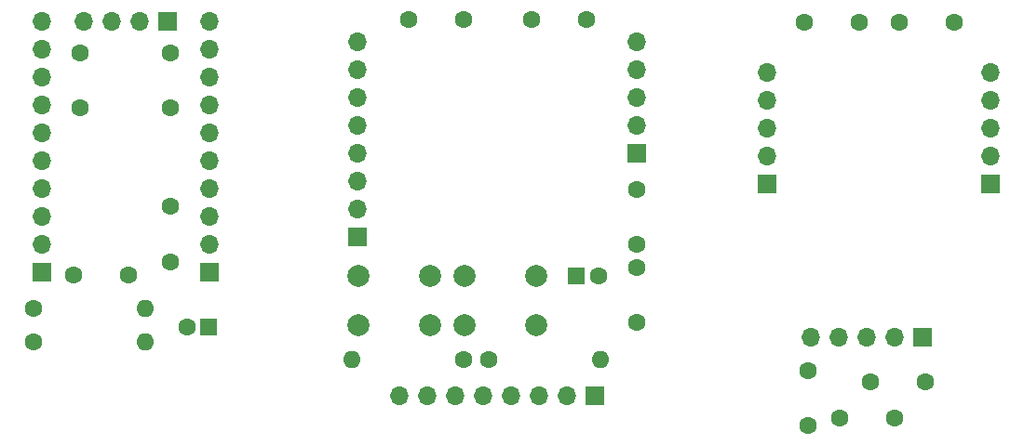
<source format=gbr>
%TF.GenerationSoftware,KiCad,Pcbnew,8.0.2-8.0.2-0~ubuntu22.04.1*%
%TF.CreationDate,2024-05-30T13:23:40+02:00*%
%TF.ProjectId,Version 1,56657273-696f-46e2-9031-2e6b69636164,1*%
%TF.SameCoordinates,Original*%
%TF.FileFunction,Soldermask,Bot*%
%TF.FilePolarity,Negative*%
%FSLAX46Y46*%
G04 Gerber Fmt 4.6, Leading zero omitted, Abs format (unit mm)*
G04 Created by KiCad (PCBNEW 8.0.2-8.0.2-0~ubuntu22.04.1) date 2024-05-30 13:23:40*
%MOMM*%
%LPD*%
G01*
G04 APERTURE LIST*
%ADD10R,1.700000X1.700000*%
%ADD11O,1.700000X1.700000*%
%ADD12C,2.000000*%
%ADD13C,1.600000*%
%ADD14O,1.600000X1.600000*%
%ADD15R,1.600000X1.600000*%
G04 APERTURE END LIST*
D10*
%TO.C,J8*%
X103316000Y-50742500D03*
D11*
X100776000Y-50742500D03*
X98236000Y-50742500D03*
X95696000Y-50742500D03*
X93156000Y-50742500D03*
%TD*%
D12*
%TO.C,USR_SW1*%
X61623111Y-45204222D03*
X68123111Y-45204222D03*
X61623111Y-49704222D03*
X68123111Y-49704222D03*
%TD*%
D10*
%TO.C,J9*%
X73494111Y-56090222D03*
D11*
X70954111Y-56090222D03*
X68414111Y-56090222D03*
X65874111Y-56090222D03*
X63334111Y-56090222D03*
X60794111Y-56090222D03*
X58254111Y-56090222D03*
X55714111Y-56090222D03*
%TD*%
D10*
%TO.C,J2*%
X51919111Y-41612222D03*
D11*
X51919111Y-39072222D03*
X51919111Y-36532222D03*
X51919111Y-33992222D03*
X51919111Y-31452222D03*
X51919111Y-28912222D03*
X51919111Y-26372222D03*
X51919111Y-23832222D03*
%TD*%
D13*
%TO.C,R1*%
X22410544Y-48166680D03*
D14*
X32570544Y-48166680D03*
%TD*%
D13*
%TO.C,C15*%
X95741000Y-58108500D03*
X100741000Y-58108500D03*
%TD*%
%TO.C,R4*%
X61571111Y-52788222D03*
D14*
X51411111Y-52788222D03*
%TD*%
D13*
%TO.C,C6*%
X77319111Y-37334222D03*
X77319111Y-42334222D03*
%TD*%
D15*
%TO.C,C10*%
X38372769Y-49817680D03*
D13*
X36372769Y-49817680D03*
%TD*%
%TO.C,C11*%
X101162111Y-22027222D03*
X106162111Y-22027222D03*
%TD*%
%TO.C,R3*%
X63857111Y-52788222D03*
D14*
X74017111Y-52788222D03*
%TD*%
D13*
%TO.C,C5*%
X61531111Y-21800222D03*
X56531111Y-21800222D03*
%TD*%
%TO.C,C13*%
X92907000Y-53825500D03*
X92907000Y-58825500D03*
%TD*%
%TO.C,R2*%
X22410544Y-51214680D03*
D14*
X32570544Y-51214680D03*
%TD*%
D13*
%TO.C,C2*%
X34907344Y-29889480D03*
X34907344Y-24889480D03*
%TD*%
D10*
%TO.C,J6*%
X109504111Y-36793222D03*
D11*
X109504111Y-34253222D03*
X109504111Y-31713222D03*
X109504111Y-29173222D03*
X109504111Y-26633222D03*
%TD*%
D12*
%TO.C,RST_SW1*%
X51971111Y-45204222D03*
X58471111Y-45204222D03*
X51971111Y-49704222D03*
X58471111Y-49704222D03*
%TD*%
D10*
%TO.C,J1*%
X77319111Y-33992222D03*
D11*
X77319111Y-31452222D03*
X77319111Y-28912222D03*
X77319111Y-26372222D03*
X77319111Y-23832222D03*
%TD*%
D13*
%TO.C,C4*%
X67741511Y-21800222D03*
X72741511Y-21800222D03*
%TD*%
%TO.C,C7*%
X26057344Y-45118680D03*
X31057344Y-45118680D03*
%TD*%
%TO.C,C3*%
X26677744Y-29889480D03*
X26677744Y-24889480D03*
%TD*%
%TO.C,C14*%
X98535000Y-54806500D03*
X103535000Y-54806500D03*
%TD*%
%TO.C,C1*%
X34905111Y-38870222D03*
X34905111Y-43870222D03*
%TD*%
D10*
%TO.C,J7*%
X89184111Y-36793222D03*
D11*
X89184111Y-34253222D03*
X89184111Y-31713222D03*
X89184111Y-29173222D03*
X89184111Y-26633222D03*
%TD*%
D13*
%TO.C,C12*%
X92526111Y-22027222D03*
X97526111Y-22027222D03*
%TD*%
%TO.C,C16*%
X77319111Y-49446222D03*
X77319111Y-44446222D03*
%TD*%
D15*
%TO.C,C17*%
X71791999Y-45168222D03*
D13*
X73791999Y-45168222D03*
%TD*%
D10*
%TO.C,J4*%
X23172544Y-44864680D03*
D11*
X23172544Y-42324680D03*
X23172544Y-39784680D03*
X23172544Y-37244680D03*
X23172544Y-34704680D03*
X23172544Y-32164680D03*
X23172544Y-29624680D03*
X23172544Y-27084680D03*
X23172544Y-24544680D03*
X23172544Y-22004680D03*
%TD*%
D10*
%TO.C,J3*%
X34592544Y-22004680D03*
D11*
X32052544Y-22004680D03*
X29512544Y-22004680D03*
X26972544Y-22004680D03*
%TD*%
D10*
%TO.C,J5*%
X38412544Y-44864680D03*
D11*
X38412544Y-42324680D03*
X38412544Y-39784680D03*
X38412544Y-37244680D03*
X38412544Y-34704680D03*
X38412544Y-32164680D03*
X38412544Y-29624680D03*
X38412544Y-27084680D03*
X38412544Y-24544680D03*
X38412544Y-22004680D03*
%TD*%
M02*

</source>
